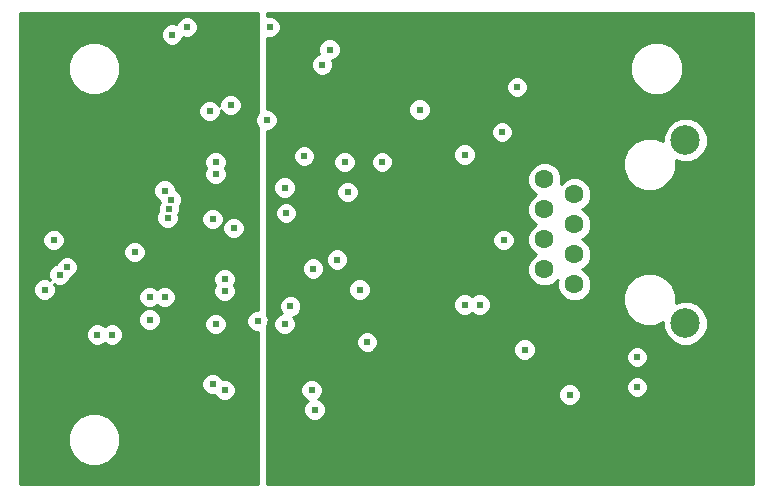
<source format=gbr>
G04 #@! TF.FileFunction,Copper,L2,Inr,Plane*
%FSLAX46Y46*%
G04 Gerber Fmt 4.6, Leading zero omitted, Abs format (unit mm)*
G04 Created by KiCad (PCBNEW 4.0.6) date 12/06/17 20:22:11*
%MOMM*%
%LPD*%
G01*
G04 APERTURE LIST*
%ADD10C,0.100000*%
%ADD11C,1.600000*%
%ADD12C,2.500000*%
%ADD13C,0.609600*%
%ADD14C,0.254000*%
G04 APERTURE END LIST*
D10*
D11*
X160434173Y-101788417D03*
X157894173Y-100518417D03*
X160434173Y-99248417D03*
X157894173Y-97978417D03*
X160434173Y-96708417D03*
X157894173Y-95438417D03*
X160434173Y-94168417D03*
X157894173Y-92898417D03*
D12*
X169834173Y-89593417D03*
X169834173Y-105093417D03*
D13*
X129794000Y-110236000D03*
X130810000Y-101346000D03*
X130810000Y-102362000D03*
X130048000Y-105156000D03*
X130810000Y-110744000D03*
X135890000Y-105156000D03*
X133604000Y-104902000D03*
X134366000Y-87884000D03*
X130048000Y-92456000D03*
X130048000Y-91440000D03*
X129540000Y-87122000D03*
X131318000Y-86614000D03*
X136017000Y-95758000D03*
X131572000Y-97028000D03*
X129794000Y-96266000D03*
X125730000Y-93853000D03*
X126238000Y-94615000D03*
X126111000Y-95377000D03*
X125984000Y-96139000D03*
X116332000Y-98044000D03*
X117475000Y-100330000D03*
X116840000Y-100965000D03*
X115570000Y-102235000D03*
X123190000Y-99060000D03*
X125730000Y-102870000D03*
X124460000Y-102870000D03*
X124460000Y-104775000D03*
X121285000Y-106045000D03*
X120015000Y-106045000D03*
X142240000Y-102235000D03*
X140970000Y-91440000D03*
X144145000Y-91440000D03*
X147320000Y-86995000D03*
X138430000Y-112395000D03*
X141224000Y-93980000D03*
X142875000Y-106680000D03*
X134620000Y-80010000D03*
X127635000Y-80010000D03*
X126365000Y-80645000D03*
X139065000Y-83185000D03*
X134645199Y-95631000D03*
X134620000Y-105156000D03*
X137414000Y-105156000D03*
X136906000Y-86614000D03*
X134620000Y-86360000D03*
X137414000Y-95758000D03*
X140970000Y-86995000D03*
X142494000Y-93980000D03*
X140335000Y-105410000D03*
X154432000Y-98044000D03*
X139700000Y-81915000D03*
X140335000Y-99695000D03*
X136385301Y-103644699D03*
X138176000Y-110744000D03*
X135890000Y-93599000D03*
X138303000Y-100457000D03*
X137541000Y-90932000D03*
X128524000Y-105410000D03*
X127508000Y-87122000D03*
X128016000Y-96520000D03*
X115315999Y-95885000D03*
X115570000Y-103505000D03*
X125730000Y-84455000D03*
X155575000Y-85090000D03*
X154305000Y-88900000D03*
X151130000Y-90805000D03*
X151130000Y-103505000D03*
X152400000Y-103505000D03*
X156210000Y-107315000D03*
X165735000Y-110490000D03*
X165735000Y-107950000D03*
X160020000Y-111125000D03*
D14*
G36*
X133604000Y-87316752D02*
X133569741Y-87350951D01*
X133426363Y-87696242D01*
X133426037Y-88070118D01*
X133568812Y-88415659D01*
X133604000Y-88450908D01*
X133604000Y-103962199D01*
X133417882Y-103962037D01*
X133072341Y-104104812D01*
X132807741Y-104368951D01*
X132664363Y-104714242D01*
X132664037Y-105088118D01*
X132806812Y-105433659D01*
X133070951Y-105698259D01*
X133416242Y-105841637D01*
X133604000Y-105841801D01*
X133604000Y-118670000D01*
X113486000Y-118670000D01*
X113486000Y-115377619D01*
X117525613Y-115377619D01*
X117865155Y-116199372D01*
X118493321Y-116828636D01*
X119314481Y-117169611D01*
X120203619Y-117170387D01*
X121025372Y-116830845D01*
X121654636Y-116202679D01*
X121995611Y-115381519D01*
X121996387Y-114492381D01*
X121656845Y-113670628D01*
X121028679Y-113041364D01*
X120207519Y-112700389D01*
X119318381Y-112699613D01*
X118496628Y-113039155D01*
X117867364Y-113667321D01*
X117526389Y-114488481D01*
X117525613Y-115377619D01*
X113486000Y-115377619D01*
X113486000Y-110422118D01*
X128854037Y-110422118D01*
X128996812Y-110767659D01*
X129260951Y-111032259D01*
X129606242Y-111175637D01*
X129971615Y-111175956D01*
X130012812Y-111275659D01*
X130276951Y-111540259D01*
X130622242Y-111683637D01*
X130996118Y-111683963D01*
X131341659Y-111541188D01*
X131606259Y-111277049D01*
X131749637Y-110931758D01*
X131749963Y-110557882D01*
X131607188Y-110212341D01*
X131343049Y-109947741D01*
X130997758Y-109804363D01*
X130632385Y-109804044D01*
X130591188Y-109704341D01*
X130327049Y-109439741D01*
X129981758Y-109296363D01*
X129607882Y-109296037D01*
X129262341Y-109438812D01*
X128997741Y-109702951D01*
X128854363Y-110048242D01*
X128854037Y-110422118D01*
X113486000Y-110422118D01*
X113486000Y-106231118D01*
X119075037Y-106231118D01*
X119217812Y-106576659D01*
X119481951Y-106841259D01*
X119827242Y-106984637D01*
X120201118Y-106984963D01*
X120546659Y-106842188D01*
X120649948Y-106739078D01*
X120751951Y-106841259D01*
X121097242Y-106984637D01*
X121471118Y-106984963D01*
X121816659Y-106842188D01*
X122081259Y-106578049D01*
X122224637Y-106232758D01*
X122224963Y-105858882D01*
X122082188Y-105513341D01*
X121818049Y-105248741D01*
X121472758Y-105105363D01*
X121098882Y-105105037D01*
X120753341Y-105247812D01*
X120650052Y-105350922D01*
X120548049Y-105248741D01*
X120202758Y-105105363D01*
X119828882Y-105105037D01*
X119483341Y-105247812D01*
X119218741Y-105511951D01*
X119075363Y-105857242D01*
X119075037Y-106231118D01*
X113486000Y-106231118D01*
X113486000Y-104961118D01*
X123520037Y-104961118D01*
X123662812Y-105306659D01*
X123926951Y-105571259D01*
X124272242Y-105714637D01*
X124646118Y-105714963D01*
X124991659Y-105572188D01*
X125222130Y-105342118D01*
X129108037Y-105342118D01*
X129250812Y-105687659D01*
X129514951Y-105952259D01*
X129860242Y-106095637D01*
X130234118Y-106095963D01*
X130579659Y-105953188D01*
X130844259Y-105689049D01*
X130987637Y-105343758D01*
X130987963Y-104969882D01*
X130845188Y-104624341D01*
X130581049Y-104359741D01*
X130235758Y-104216363D01*
X129861882Y-104216037D01*
X129516341Y-104358812D01*
X129251741Y-104622951D01*
X129108363Y-104968242D01*
X129108037Y-105342118D01*
X125222130Y-105342118D01*
X125256259Y-105308049D01*
X125399637Y-104962758D01*
X125399963Y-104588882D01*
X125257188Y-104243341D01*
X124993049Y-103978741D01*
X124647758Y-103835363D01*
X124273882Y-103835037D01*
X123928341Y-103977812D01*
X123663741Y-104241951D01*
X123520363Y-104587242D01*
X123520037Y-104961118D01*
X113486000Y-104961118D01*
X113486000Y-102421118D01*
X114630037Y-102421118D01*
X114772812Y-102766659D01*
X115036951Y-103031259D01*
X115382242Y-103174637D01*
X115756118Y-103174963D01*
X116043744Y-103056118D01*
X123520037Y-103056118D01*
X123662812Y-103401659D01*
X123926951Y-103666259D01*
X124272242Y-103809637D01*
X124646118Y-103809963D01*
X124991659Y-103667188D01*
X125094948Y-103564078D01*
X125196951Y-103666259D01*
X125542242Y-103809637D01*
X125916118Y-103809963D01*
X126261659Y-103667188D01*
X126526259Y-103403049D01*
X126669637Y-103057758D01*
X126669963Y-102683882D01*
X126527188Y-102338341D01*
X126263049Y-102073741D01*
X125917758Y-101930363D01*
X125543882Y-101930037D01*
X125198341Y-102072812D01*
X125095052Y-102175922D01*
X124993049Y-102073741D01*
X124647758Y-101930363D01*
X124273882Y-101930037D01*
X123928341Y-102072812D01*
X123663741Y-102336951D01*
X123520363Y-102682242D01*
X123520037Y-103056118D01*
X116043744Y-103056118D01*
X116101659Y-103032188D01*
X116366259Y-102768049D01*
X116509637Y-102422758D01*
X116509963Y-102048882D01*
X116408551Y-101803447D01*
X116652242Y-101904637D01*
X117026118Y-101904963D01*
X117371659Y-101762188D01*
X117602130Y-101532118D01*
X129870037Y-101532118D01*
X130003188Y-101854366D01*
X129870363Y-102174242D01*
X129870037Y-102548118D01*
X130012812Y-102893659D01*
X130276951Y-103158259D01*
X130622242Y-103301637D01*
X130996118Y-103301963D01*
X131341659Y-103159188D01*
X131606259Y-102895049D01*
X131749637Y-102549758D01*
X131749963Y-102175882D01*
X131616812Y-101853634D01*
X131749637Y-101533758D01*
X131749963Y-101159882D01*
X131607188Y-100814341D01*
X131343049Y-100549741D01*
X130997758Y-100406363D01*
X130623882Y-100406037D01*
X130278341Y-100548812D01*
X130013741Y-100812951D01*
X129870363Y-101158242D01*
X129870037Y-101532118D01*
X117602130Y-101532118D01*
X117636259Y-101498049D01*
X117745436Y-101235124D01*
X118006659Y-101127188D01*
X118271259Y-100863049D01*
X118414637Y-100517758D01*
X118414963Y-100143882D01*
X118272188Y-99798341D01*
X118008049Y-99533741D01*
X117662758Y-99390363D01*
X117288882Y-99390037D01*
X116943341Y-99532812D01*
X116678741Y-99796951D01*
X116569564Y-100059876D01*
X116308341Y-100167812D01*
X116043741Y-100431951D01*
X115900363Y-100777242D01*
X115900037Y-101151118D01*
X116001449Y-101396553D01*
X115757758Y-101295363D01*
X115383882Y-101295037D01*
X115038341Y-101437812D01*
X114773741Y-101701951D01*
X114630363Y-102047242D01*
X114630037Y-102421118D01*
X113486000Y-102421118D01*
X113486000Y-99246118D01*
X122250037Y-99246118D01*
X122392812Y-99591659D01*
X122656951Y-99856259D01*
X123002242Y-99999637D01*
X123376118Y-99999963D01*
X123721659Y-99857188D01*
X123986259Y-99593049D01*
X124129637Y-99247758D01*
X124129963Y-98873882D01*
X123987188Y-98528341D01*
X123723049Y-98263741D01*
X123377758Y-98120363D01*
X123003882Y-98120037D01*
X122658341Y-98262812D01*
X122393741Y-98526951D01*
X122250363Y-98872242D01*
X122250037Y-99246118D01*
X113486000Y-99246118D01*
X113486000Y-98230118D01*
X115392037Y-98230118D01*
X115534812Y-98575659D01*
X115798951Y-98840259D01*
X116144242Y-98983637D01*
X116518118Y-98983963D01*
X116863659Y-98841188D01*
X117128259Y-98577049D01*
X117271637Y-98231758D01*
X117271963Y-97857882D01*
X117129188Y-97512341D01*
X116865049Y-97247741D01*
X116784077Y-97214118D01*
X130632037Y-97214118D01*
X130774812Y-97559659D01*
X131038951Y-97824259D01*
X131384242Y-97967637D01*
X131758118Y-97967963D01*
X132103659Y-97825188D01*
X132368259Y-97561049D01*
X132511637Y-97215758D01*
X132511963Y-96841882D01*
X132369188Y-96496341D01*
X132105049Y-96231741D01*
X131759758Y-96088363D01*
X131385882Y-96088037D01*
X131040341Y-96230812D01*
X130775741Y-96494951D01*
X130632363Y-96840242D01*
X130632037Y-97214118D01*
X116784077Y-97214118D01*
X116519758Y-97104363D01*
X116145882Y-97104037D01*
X115800341Y-97246812D01*
X115535741Y-97510951D01*
X115392363Y-97856242D01*
X115392037Y-98230118D01*
X113486000Y-98230118D01*
X113486000Y-94039118D01*
X124790037Y-94039118D01*
X124932812Y-94384659D01*
X125196951Y-94649259D01*
X125298133Y-94691274D01*
X125298037Y-94801118D01*
X125315445Y-94843248D01*
X125314741Y-94843951D01*
X125171363Y-95189242D01*
X125171037Y-95563118D01*
X125188445Y-95605248D01*
X125187741Y-95605951D01*
X125044363Y-95951242D01*
X125044037Y-96325118D01*
X125186812Y-96670659D01*
X125450951Y-96935259D01*
X125796242Y-97078637D01*
X126170118Y-97078963D01*
X126515659Y-96936188D01*
X126780259Y-96672049D01*
X126871582Y-96452118D01*
X128854037Y-96452118D01*
X128996812Y-96797659D01*
X129260951Y-97062259D01*
X129606242Y-97205637D01*
X129980118Y-97205963D01*
X130325659Y-97063188D01*
X130590259Y-96799049D01*
X130733637Y-96453758D01*
X130733963Y-96079882D01*
X130591188Y-95734341D01*
X130327049Y-95469741D01*
X129981758Y-95326363D01*
X129607882Y-95326037D01*
X129262341Y-95468812D01*
X128997741Y-95732951D01*
X128854363Y-96078242D01*
X128854037Y-96452118D01*
X126871582Y-96452118D01*
X126923637Y-96326758D01*
X126923963Y-95952882D01*
X126906555Y-95910752D01*
X126907259Y-95910049D01*
X127050637Y-95564758D01*
X127050963Y-95190882D01*
X127033555Y-95148752D01*
X127034259Y-95148049D01*
X127177637Y-94802758D01*
X127177963Y-94428882D01*
X127035188Y-94083341D01*
X126771049Y-93818741D01*
X126669867Y-93776726D01*
X126669963Y-93666882D01*
X126527188Y-93321341D01*
X126263049Y-93056741D01*
X125917758Y-92913363D01*
X125543882Y-92913037D01*
X125198341Y-93055812D01*
X124933741Y-93319951D01*
X124790363Y-93665242D01*
X124790037Y-94039118D01*
X113486000Y-94039118D01*
X113486000Y-91626118D01*
X129108037Y-91626118D01*
X129241188Y-91948366D01*
X129108363Y-92268242D01*
X129108037Y-92642118D01*
X129250812Y-92987659D01*
X129514951Y-93252259D01*
X129860242Y-93395637D01*
X130234118Y-93395963D01*
X130579659Y-93253188D01*
X130844259Y-92989049D01*
X130987637Y-92643758D01*
X130987963Y-92269882D01*
X130854812Y-91947634D01*
X130987637Y-91627758D01*
X130987963Y-91253882D01*
X130845188Y-90908341D01*
X130581049Y-90643741D01*
X130235758Y-90500363D01*
X129861882Y-90500037D01*
X129516341Y-90642812D01*
X129251741Y-90906951D01*
X129108363Y-91252242D01*
X129108037Y-91626118D01*
X113486000Y-91626118D01*
X113486000Y-87308118D01*
X128600037Y-87308118D01*
X128742812Y-87653659D01*
X129006951Y-87918259D01*
X129352242Y-88061637D01*
X129726118Y-88061963D01*
X130071659Y-87919188D01*
X130336259Y-87655049D01*
X130479637Y-87309758D01*
X130479866Y-87046564D01*
X130520812Y-87145659D01*
X130784951Y-87410259D01*
X131130242Y-87553637D01*
X131504118Y-87553963D01*
X131849659Y-87411188D01*
X132114259Y-87147049D01*
X132257637Y-86801758D01*
X132257963Y-86427882D01*
X132115188Y-86082341D01*
X131851049Y-85817741D01*
X131505758Y-85674363D01*
X131131882Y-85674037D01*
X130786341Y-85816812D01*
X130521741Y-86080951D01*
X130378363Y-86426242D01*
X130378134Y-86689436D01*
X130337188Y-86590341D01*
X130073049Y-86325741D01*
X129727758Y-86182363D01*
X129353882Y-86182037D01*
X129008341Y-86324812D01*
X128743741Y-86588951D01*
X128600363Y-86934242D01*
X128600037Y-87308118D01*
X113486000Y-87308118D01*
X113486000Y-83945119D01*
X117525613Y-83945119D01*
X117865155Y-84766872D01*
X118493321Y-85396136D01*
X119314481Y-85737111D01*
X120203619Y-85737887D01*
X121025372Y-85398345D01*
X121654636Y-84770179D01*
X121995611Y-83949019D01*
X121996387Y-83059881D01*
X121656845Y-82238128D01*
X121028679Y-81608864D01*
X120207519Y-81267889D01*
X119318381Y-81267113D01*
X118496628Y-81606655D01*
X117867364Y-82234821D01*
X117526389Y-83055981D01*
X117525613Y-83945119D01*
X113486000Y-83945119D01*
X113486000Y-80831118D01*
X125425037Y-80831118D01*
X125567812Y-81176659D01*
X125831951Y-81441259D01*
X126177242Y-81584637D01*
X126551118Y-81584963D01*
X126896659Y-81442188D01*
X127161259Y-81178049D01*
X127284214Y-80881942D01*
X127447242Y-80949637D01*
X127821118Y-80949963D01*
X128166659Y-80807188D01*
X128431259Y-80543049D01*
X128574637Y-80197758D01*
X128574963Y-79823882D01*
X128432188Y-79478341D01*
X128168049Y-79213741D01*
X127822758Y-79070363D01*
X127448882Y-79070037D01*
X127103341Y-79212812D01*
X126838741Y-79476951D01*
X126715786Y-79773058D01*
X126552758Y-79705363D01*
X126178882Y-79705037D01*
X125833341Y-79847812D01*
X125568741Y-80111951D01*
X125425363Y-80457242D01*
X125425037Y-80831118D01*
X113486000Y-80831118D01*
X113486000Y-78815000D01*
X133604000Y-78815000D01*
X133604000Y-87316752D01*
X133604000Y-87316752D01*
G37*
X133604000Y-87316752D02*
X133569741Y-87350951D01*
X133426363Y-87696242D01*
X133426037Y-88070118D01*
X133568812Y-88415659D01*
X133604000Y-88450908D01*
X133604000Y-103962199D01*
X133417882Y-103962037D01*
X133072341Y-104104812D01*
X132807741Y-104368951D01*
X132664363Y-104714242D01*
X132664037Y-105088118D01*
X132806812Y-105433659D01*
X133070951Y-105698259D01*
X133416242Y-105841637D01*
X133604000Y-105841801D01*
X133604000Y-118670000D01*
X113486000Y-118670000D01*
X113486000Y-115377619D01*
X117525613Y-115377619D01*
X117865155Y-116199372D01*
X118493321Y-116828636D01*
X119314481Y-117169611D01*
X120203619Y-117170387D01*
X121025372Y-116830845D01*
X121654636Y-116202679D01*
X121995611Y-115381519D01*
X121996387Y-114492381D01*
X121656845Y-113670628D01*
X121028679Y-113041364D01*
X120207519Y-112700389D01*
X119318381Y-112699613D01*
X118496628Y-113039155D01*
X117867364Y-113667321D01*
X117526389Y-114488481D01*
X117525613Y-115377619D01*
X113486000Y-115377619D01*
X113486000Y-110422118D01*
X128854037Y-110422118D01*
X128996812Y-110767659D01*
X129260951Y-111032259D01*
X129606242Y-111175637D01*
X129971615Y-111175956D01*
X130012812Y-111275659D01*
X130276951Y-111540259D01*
X130622242Y-111683637D01*
X130996118Y-111683963D01*
X131341659Y-111541188D01*
X131606259Y-111277049D01*
X131749637Y-110931758D01*
X131749963Y-110557882D01*
X131607188Y-110212341D01*
X131343049Y-109947741D01*
X130997758Y-109804363D01*
X130632385Y-109804044D01*
X130591188Y-109704341D01*
X130327049Y-109439741D01*
X129981758Y-109296363D01*
X129607882Y-109296037D01*
X129262341Y-109438812D01*
X128997741Y-109702951D01*
X128854363Y-110048242D01*
X128854037Y-110422118D01*
X113486000Y-110422118D01*
X113486000Y-106231118D01*
X119075037Y-106231118D01*
X119217812Y-106576659D01*
X119481951Y-106841259D01*
X119827242Y-106984637D01*
X120201118Y-106984963D01*
X120546659Y-106842188D01*
X120649948Y-106739078D01*
X120751951Y-106841259D01*
X121097242Y-106984637D01*
X121471118Y-106984963D01*
X121816659Y-106842188D01*
X122081259Y-106578049D01*
X122224637Y-106232758D01*
X122224963Y-105858882D01*
X122082188Y-105513341D01*
X121818049Y-105248741D01*
X121472758Y-105105363D01*
X121098882Y-105105037D01*
X120753341Y-105247812D01*
X120650052Y-105350922D01*
X120548049Y-105248741D01*
X120202758Y-105105363D01*
X119828882Y-105105037D01*
X119483341Y-105247812D01*
X119218741Y-105511951D01*
X119075363Y-105857242D01*
X119075037Y-106231118D01*
X113486000Y-106231118D01*
X113486000Y-104961118D01*
X123520037Y-104961118D01*
X123662812Y-105306659D01*
X123926951Y-105571259D01*
X124272242Y-105714637D01*
X124646118Y-105714963D01*
X124991659Y-105572188D01*
X125222130Y-105342118D01*
X129108037Y-105342118D01*
X129250812Y-105687659D01*
X129514951Y-105952259D01*
X129860242Y-106095637D01*
X130234118Y-106095963D01*
X130579659Y-105953188D01*
X130844259Y-105689049D01*
X130987637Y-105343758D01*
X130987963Y-104969882D01*
X130845188Y-104624341D01*
X130581049Y-104359741D01*
X130235758Y-104216363D01*
X129861882Y-104216037D01*
X129516341Y-104358812D01*
X129251741Y-104622951D01*
X129108363Y-104968242D01*
X129108037Y-105342118D01*
X125222130Y-105342118D01*
X125256259Y-105308049D01*
X125399637Y-104962758D01*
X125399963Y-104588882D01*
X125257188Y-104243341D01*
X124993049Y-103978741D01*
X124647758Y-103835363D01*
X124273882Y-103835037D01*
X123928341Y-103977812D01*
X123663741Y-104241951D01*
X123520363Y-104587242D01*
X123520037Y-104961118D01*
X113486000Y-104961118D01*
X113486000Y-102421118D01*
X114630037Y-102421118D01*
X114772812Y-102766659D01*
X115036951Y-103031259D01*
X115382242Y-103174637D01*
X115756118Y-103174963D01*
X116043744Y-103056118D01*
X123520037Y-103056118D01*
X123662812Y-103401659D01*
X123926951Y-103666259D01*
X124272242Y-103809637D01*
X124646118Y-103809963D01*
X124991659Y-103667188D01*
X125094948Y-103564078D01*
X125196951Y-103666259D01*
X125542242Y-103809637D01*
X125916118Y-103809963D01*
X126261659Y-103667188D01*
X126526259Y-103403049D01*
X126669637Y-103057758D01*
X126669963Y-102683882D01*
X126527188Y-102338341D01*
X126263049Y-102073741D01*
X125917758Y-101930363D01*
X125543882Y-101930037D01*
X125198341Y-102072812D01*
X125095052Y-102175922D01*
X124993049Y-102073741D01*
X124647758Y-101930363D01*
X124273882Y-101930037D01*
X123928341Y-102072812D01*
X123663741Y-102336951D01*
X123520363Y-102682242D01*
X123520037Y-103056118D01*
X116043744Y-103056118D01*
X116101659Y-103032188D01*
X116366259Y-102768049D01*
X116509637Y-102422758D01*
X116509963Y-102048882D01*
X116408551Y-101803447D01*
X116652242Y-101904637D01*
X117026118Y-101904963D01*
X117371659Y-101762188D01*
X117602130Y-101532118D01*
X129870037Y-101532118D01*
X130003188Y-101854366D01*
X129870363Y-102174242D01*
X129870037Y-102548118D01*
X130012812Y-102893659D01*
X130276951Y-103158259D01*
X130622242Y-103301637D01*
X130996118Y-103301963D01*
X131341659Y-103159188D01*
X131606259Y-102895049D01*
X131749637Y-102549758D01*
X131749963Y-102175882D01*
X131616812Y-101853634D01*
X131749637Y-101533758D01*
X131749963Y-101159882D01*
X131607188Y-100814341D01*
X131343049Y-100549741D01*
X130997758Y-100406363D01*
X130623882Y-100406037D01*
X130278341Y-100548812D01*
X130013741Y-100812951D01*
X129870363Y-101158242D01*
X129870037Y-101532118D01*
X117602130Y-101532118D01*
X117636259Y-101498049D01*
X117745436Y-101235124D01*
X118006659Y-101127188D01*
X118271259Y-100863049D01*
X118414637Y-100517758D01*
X118414963Y-100143882D01*
X118272188Y-99798341D01*
X118008049Y-99533741D01*
X117662758Y-99390363D01*
X117288882Y-99390037D01*
X116943341Y-99532812D01*
X116678741Y-99796951D01*
X116569564Y-100059876D01*
X116308341Y-100167812D01*
X116043741Y-100431951D01*
X115900363Y-100777242D01*
X115900037Y-101151118D01*
X116001449Y-101396553D01*
X115757758Y-101295363D01*
X115383882Y-101295037D01*
X115038341Y-101437812D01*
X114773741Y-101701951D01*
X114630363Y-102047242D01*
X114630037Y-102421118D01*
X113486000Y-102421118D01*
X113486000Y-99246118D01*
X122250037Y-99246118D01*
X122392812Y-99591659D01*
X122656951Y-99856259D01*
X123002242Y-99999637D01*
X123376118Y-99999963D01*
X123721659Y-99857188D01*
X123986259Y-99593049D01*
X124129637Y-99247758D01*
X124129963Y-98873882D01*
X123987188Y-98528341D01*
X123723049Y-98263741D01*
X123377758Y-98120363D01*
X123003882Y-98120037D01*
X122658341Y-98262812D01*
X122393741Y-98526951D01*
X122250363Y-98872242D01*
X122250037Y-99246118D01*
X113486000Y-99246118D01*
X113486000Y-98230118D01*
X115392037Y-98230118D01*
X115534812Y-98575659D01*
X115798951Y-98840259D01*
X116144242Y-98983637D01*
X116518118Y-98983963D01*
X116863659Y-98841188D01*
X117128259Y-98577049D01*
X117271637Y-98231758D01*
X117271963Y-97857882D01*
X117129188Y-97512341D01*
X116865049Y-97247741D01*
X116784077Y-97214118D01*
X130632037Y-97214118D01*
X130774812Y-97559659D01*
X131038951Y-97824259D01*
X131384242Y-97967637D01*
X131758118Y-97967963D01*
X132103659Y-97825188D01*
X132368259Y-97561049D01*
X132511637Y-97215758D01*
X132511963Y-96841882D01*
X132369188Y-96496341D01*
X132105049Y-96231741D01*
X131759758Y-96088363D01*
X131385882Y-96088037D01*
X131040341Y-96230812D01*
X130775741Y-96494951D01*
X130632363Y-96840242D01*
X130632037Y-97214118D01*
X116784077Y-97214118D01*
X116519758Y-97104363D01*
X116145882Y-97104037D01*
X115800341Y-97246812D01*
X115535741Y-97510951D01*
X115392363Y-97856242D01*
X115392037Y-98230118D01*
X113486000Y-98230118D01*
X113486000Y-94039118D01*
X124790037Y-94039118D01*
X124932812Y-94384659D01*
X125196951Y-94649259D01*
X125298133Y-94691274D01*
X125298037Y-94801118D01*
X125315445Y-94843248D01*
X125314741Y-94843951D01*
X125171363Y-95189242D01*
X125171037Y-95563118D01*
X125188445Y-95605248D01*
X125187741Y-95605951D01*
X125044363Y-95951242D01*
X125044037Y-96325118D01*
X125186812Y-96670659D01*
X125450951Y-96935259D01*
X125796242Y-97078637D01*
X126170118Y-97078963D01*
X126515659Y-96936188D01*
X126780259Y-96672049D01*
X126871582Y-96452118D01*
X128854037Y-96452118D01*
X128996812Y-96797659D01*
X129260951Y-97062259D01*
X129606242Y-97205637D01*
X129980118Y-97205963D01*
X130325659Y-97063188D01*
X130590259Y-96799049D01*
X130733637Y-96453758D01*
X130733963Y-96079882D01*
X130591188Y-95734341D01*
X130327049Y-95469741D01*
X129981758Y-95326363D01*
X129607882Y-95326037D01*
X129262341Y-95468812D01*
X128997741Y-95732951D01*
X128854363Y-96078242D01*
X128854037Y-96452118D01*
X126871582Y-96452118D01*
X126923637Y-96326758D01*
X126923963Y-95952882D01*
X126906555Y-95910752D01*
X126907259Y-95910049D01*
X127050637Y-95564758D01*
X127050963Y-95190882D01*
X127033555Y-95148752D01*
X127034259Y-95148049D01*
X127177637Y-94802758D01*
X127177963Y-94428882D01*
X127035188Y-94083341D01*
X126771049Y-93818741D01*
X126669867Y-93776726D01*
X126669963Y-93666882D01*
X126527188Y-93321341D01*
X126263049Y-93056741D01*
X125917758Y-92913363D01*
X125543882Y-92913037D01*
X125198341Y-93055812D01*
X124933741Y-93319951D01*
X124790363Y-93665242D01*
X124790037Y-94039118D01*
X113486000Y-94039118D01*
X113486000Y-91626118D01*
X129108037Y-91626118D01*
X129241188Y-91948366D01*
X129108363Y-92268242D01*
X129108037Y-92642118D01*
X129250812Y-92987659D01*
X129514951Y-93252259D01*
X129860242Y-93395637D01*
X130234118Y-93395963D01*
X130579659Y-93253188D01*
X130844259Y-92989049D01*
X130987637Y-92643758D01*
X130987963Y-92269882D01*
X130854812Y-91947634D01*
X130987637Y-91627758D01*
X130987963Y-91253882D01*
X130845188Y-90908341D01*
X130581049Y-90643741D01*
X130235758Y-90500363D01*
X129861882Y-90500037D01*
X129516341Y-90642812D01*
X129251741Y-90906951D01*
X129108363Y-91252242D01*
X129108037Y-91626118D01*
X113486000Y-91626118D01*
X113486000Y-87308118D01*
X128600037Y-87308118D01*
X128742812Y-87653659D01*
X129006951Y-87918259D01*
X129352242Y-88061637D01*
X129726118Y-88061963D01*
X130071659Y-87919188D01*
X130336259Y-87655049D01*
X130479637Y-87309758D01*
X130479866Y-87046564D01*
X130520812Y-87145659D01*
X130784951Y-87410259D01*
X131130242Y-87553637D01*
X131504118Y-87553963D01*
X131849659Y-87411188D01*
X132114259Y-87147049D01*
X132257637Y-86801758D01*
X132257963Y-86427882D01*
X132115188Y-86082341D01*
X131851049Y-85817741D01*
X131505758Y-85674363D01*
X131131882Y-85674037D01*
X130786341Y-85816812D01*
X130521741Y-86080951D01*
X130378363Y-86426242D01*
X130378134Y-86689436D01*
X130337188Y-86590341D01*
X130073049Y-86325741D01*
X129727758Y-86182363D01*
X129353882Y-86182037D01*
X129008341Y-86324812D01*
X128743741Y-86588951D01*
X128600363Y-86934242D01*
X128600037Y-87308118D01*
X113486000Y-87308118D01*
X113486000Y-83945119D01*
X117525613Y-83945119D01*
X117865155Y-84766872D01*
X118493321Y-85396136D01*
X119314481Y-85737111D01*
X120203619Y-85737887D01*
X121025372Y-85398345D01*
X121654636Y-84770179D01*
X121995611Y-83949019D01*
X121996387Y-83059881D01*
X121656845Y-82238128D01*
X121028679Y-81608864D01*
X120207519Y-81267889D01*
X119318381Y-81267113D01*
X118496628Y-81606655D01*
X117867364Y-82234821D01*
X117526389Y-83055981D01*
X117525613Y-83945119D01*
X113486000Y-83945119D01*
X113486000Y-80831118D01*
X125425037Y-80831118D01*
X125567812Y-81176659D01*
X125831951Y-81441259D01*
X126177242Y-81584637D01*
X126551118Y-81584963D01*
X126896659Y-81442188D01*
X127161259Y-81178049D01*
X127284214Y-80881942D01*
X127447242Y-80949637D01*
X127821118Y-80949963D01*
X128166659Y-80807188D01*
X128431259Y-80543049D01*
X128574637Y-80197758D01*
X128574963Y-79823882D01*
X128432188Y-79478341D01*
X128168049Y-79213741D01*
X127822758Y-79070363D01*
X127448882Y-79070037D01*
X127103341Y-79212812D01*
X126838741Y-79476951D01*
X126715786Y-79773058D01*
X126552758Y-79705363D01*
X126178882Y-79705037D01*
X125833341Y-79847812D01*
X125568741Y-80111951D01*
X125425363Y-80457242D01*
X125425037Y-80831118D01*
X113486000Y-80831118D01*
X113486000Y-78815000D01*
X133604000Y-78815000D01*
X133604000Y-87316752D01*
G36*
X175566000Y-118670000D02*
X134366000Y-118670000D01*
X134366000Y-110930118D01*
X137236037Y-110930118D01*
X137378812Y-111275659D01*
X137642951Y-111540259D01*
X137864033Y-111632061D01*
X137633741Y-111861951D01*
X137490363Y-112207242D01*
X137490037Y-112581118D01*
X137632812Y-112926659D01*
X137896951Y-113191259D01*
X138242242Y-113334637D01*
X138616118Y-113334963D01*
X138961659Y-113192188D01*
X139226259Y-112928049D01*
X139369637Y-112582758D01*
X139369963Y-112208882D01*
X139227188Y-111863341D01*
X138963049Y-111598741D01*
X138741967Y-111506939D01*
X138938130Y-111311118D01*
X159080037Y-111311118D01*
X159222812Y-111656659D01*
X159486951Y-111921259D01*
X159832242Y-112064637D01*
X160206118Y-112064963D01*
X160551659Y-111922188D01*
X160816259Y-111658049D01*
X160959637Y-111312758D01*
X160959963Y-110938882D01*
X160851391Y-110676118D01*
X164795037Y-110676118D01*
X164937812Y-111021659D01*
X165201951Y-111286259D01*
X165547242Y-111429637D01*
X165921118Y-111429963D01*
X166266659Y-111287188D01*
X166531259Y-111023049D01*
X166674637Y-110677758D01*
X166674963Y-110303882D01*
X166532188Y-109958341D01*
X166268049Y-109693741D01*
X165922758Y-109550363D01*
X165548882Y-109550037D01*
X165203341Y-109692812D01*
X164938741Y-109956951D01*
X164795363Y-110302242D01*
X164795037Y-110676118D01*
X160851391Y-110676118D01*
X160817188Y-110593341D01*
X160553049Y-110328741D01*
X160207758Y-110185363D01*
X159833882Y-110185037D01*
X159488341Y-110327812D01*
X159223741Y-110591951D01*
X159080363Y-110937242D01*
X159080037Y-111311118D01*
X138938130Y-111311118D01*
X138972259Y-111277049D01*
X139115637Y-110931758D01*
X139115963Y-110557882D01*
X138973188Y-110212341D01*
X138709049Y-109947741D01*
X138363758Y-109804363D01*
X137989882Y-109804037D01*
X137644341Y-109946812D01*
X137379741Y-110210951D01*
X137236363Y-110556242D01*
X137236037Y-110930118D01*
X134366000Y-110930118D01*
X134366000Y-106866118D01*
X141935037Y-106866118D01*
X142077812Y-107211659D01*
X142341951Y-107476259D01*
X142687242Y-107619637D01*
X143061118Y-107619963D01*
X143348744Y-107501118D01*
X155270037Y-107501118D01*
X155412812Y-107846659D01*
X155676951Y-108111259D01*
X156022242Y-108254637D01*
X156396118Y-108254963D01*
X156683744Y-108136118D01*
X164795037Y-108136118D01*
X164937812Y-108481659D01*
X165201951Y-108746259D01*
X165547242Y-108889637D01*
X165921118Y-108889963D01*
X166266659Y-108747188D01*
X166531259Y-108483049D01*
X166674637Y-108137758D01*
X166674963Y-107763882D01*
X166532188Y-107418341D01*
X166268049Y-107153741D01*
X165922758Y-107010363D01*
X165548882Y-107010037D01*
X165203341Y-107152812D01*
X164938741Y-107416951D01*
X164795363Y-107762242D01*
X164795037Y-108136118D01*
X156683744Y-108136118D01*
X156741659Y-108112188D01*
X157006259Y-107848049D01*
X157149637Y-107502758D01*
X157149963Y-107128882D01*
X157007188Y-106783341D01*
X156743049Y-106518741D01*
X156397758Y-106375363D01*
X156023882Y-106375037D01*
X155678341Y-106517812D01*
X155413741Y-106781951D01*
X155270363Y-107127242D01*
X155270037Y-107501118D01*
X143348744Y-107501118D01*
X143406659Y-107477188D01*
X143671259Y-107213049D01*
X143814637Y-106867758D01*
X143814963Y-106493882D01*
X143672188Y-106148341D01*
X143408049Y-105883741D01*
X143062758Y-105740363D01*
X142688882Y-105740037D01*
X142343341Y-105882812D01*
X142078741Y-106146951D01*
X141935363Y-106492242D01*
X141935037Y-106866118D01*
X134366000Y-106866118D01*
X134366000Y-105469248D01*
X134400259Y-105435049D01*
X134438847Y-105342118D01*
X134950037Y-105342118D01*
X135092812Y-105687659D01*
X135356951Y-105952259D01*
X135702242Y-106095637D01*
X136076118Y-106095963D01*
X136421659Y-105953188D01*
X136686259Y-105689049D01*
X136829637Y-105343758D01*
X136829963Y-104969882D01*
X136687188Y-104624341D01*
X136625338Y-104562383D01*
X136916960Y-104441887D01*
X137181560Y-104177748D01*
X137324938Y-103832457D01*
X137325061Y-103691118D01*
X150190037Y-103691118D01*
X150332812Y-104036659D01*
X150596951Y-104301259D01*
X150942242Y-104444637D01*
X151316118Y-104444963D01*
X151661659Y-104302188D01*
X151764948Y-104199078D01*
X151866951Y-104301259D01*
X152212242Y-104444637D01*
X152586118Y-104444963D01*
X152931659Y-104302188D01*
X153196259Y-104038049D01*
X153339637Y-103692758D01*
X153339804Y-103501036D01*
X164548786Y-103501036D01*
X164888328Y-104322789D01*
X165516494Y-104952053D01*
X166337654Y-105293028D01*
X167226792Y-105293804D01*
X167949258Y-104995287D01*
X167948847Y-105466722D01*
X168235216Y-106159789D01*
X168765012Y-106690510D01*
X169457578Y-106978089D01*
X170207478Y-106978743D01*
X170900545Y-106692374D01*
X171431266Y-106162578D01*
X171718845Y-105470012D01*
X171719499Y-104720112D01*
X171433130Y-104027045D01*
X170903334Y-103496324D01*
X170210768Y-103208745D01*
X169460868Y-103208091D01*
X169018884Y-103390715D01*
X169019560Y-102615798D01*
X168680018Y-101794045D01*
X168051852Y-101164781D01*
X167230692Y-100823806D01*
X166341554Y-100823030D01*
X165519801Y-101162572D01*
X164890537Y-101790738D01*
X164549562Y-102611898D01*
X164548786Y-103501036D01*
X153339804Y-103501036D01*
X153339963Y-103318882D01*
X153197188Y-102973341D01*
X152933049Y-102708741D01*
X152587758Y-102565363D01*
X152213882Y-102565037D01*
X151868341Y-102707812D01*
X151765052Y-102810922D01*
X151663049Y-102708741D01*
X151317758Y-102565363D01*
X150943882Y-102565037D01*
X150598341Y-102707812D01*
X150333741Y-102971951D01*
X150190363Y-103317242D01*
X150190037Y-103691118D01*
X137325061Y-103691118D01*
X137325264Y-103458581D01*
X137182489Y-103113040D01*
X136918350Y-102848440D01*
X136573059Y-102705062D01*
X136199183Y-102704736D01*
X135853642Y-102847511D01*
X135589042Y-103111650D01*
X135445664Y-103456941D01*
X135445338Y-103830817D01*
X135588113Y-104176358D01*
X135649963Y-104238316D01*
X135358341Y-104358812D01*
X135093741Y-104622951D01*
X134950363Y-104968242D01*
X134950037Y-105342118D01*
X134438847Y-105342118D01*
X134543637Y-105089758D01*
X134543963Y-104715882D01*
X134401188Y-104370341D01*
X134366000Y-104335092D01*
X134366000Y-102421118D01*
X141300037Y-102421118D01*
X141442812Y-102766659D01*
X141706951Y-103031259D01*
X142052242Y-103174637D01*
X142426118Y-103174963D01*
X142771659Y-103032188D01*
X143036259Y-102768049D01*
X143179637Y-102422758D01*
X143179963Y-102048882D01*
X143037188Y-101703341D01*
X142773049Y-101438741D01*
X142427758Y-101295363D01*
X142053882Y-101295037D01*
X141708341Y-101437812D01*
X141443741Y-101701951D01*
X141300363Y-102047242D01*
X141300037Y-102421118D01*
X134366000Y-102421118D01*
X134366000Y-100643118D01*
X137363037Y-100643118D01*
X137505812Y-100988659D01*
X137769951Y-101253259D01*
X138115242Y-101396637D01*
X138489118Y-101396963D01*
X138834659Y-101254188D01*
X139099259Y-100990049D01*
X139242637Y-100644758D01*
X139242963Y-100270882D01*
X139100188Y-99925341D01*
X139056043Y-99881118D01*
X139395037Y-99881118D01*
X139537812Y-100226659D01*
X139801951Y-100491259D01*
X140147242Y-100634637D01*
X140521118Y-100634963D01*
X140866659Y-100492188D01*
X141131259Y-100228049D01*
X141274637Y-99882758D01*
X141274963Y-99508882D01*
X141132188Y-99163341D01*
X140868049Y-98898741D01*
X140522758Y-98755363D01*
X140148882Y-98755037D01*
X139803341Y-98897812D01*
X139538741Y-99161951D01*
X139395363Y-99507242D01*
X139395037Y-99881118D01*
X139056043Y-99881118D01*
X138836049Y-99660741D01*
X138490758Y-99517363D01*
X138116882Y-99517037D01*
X137771341Y-99659812D01*
X137506741Y-99923951D01*
X137363363Y-100269242D01*
X137363037Y-100643118D01*
X134366000Y-100643118D01*
X134366000Y-98230118D01*
X153492037Y-98230118D01*
X153634812Y-98575659D01*
X153898951Y-98840259D01*
X154244242Y-98983637D01*
X154618118Y-98983963D01*
X154963659Y-98841188D01*
X155228259Y-98577049D01*
X155371637Y-98231758D01*
X155371963Y-97857882D01*
X155229188Y-97512341D01*
X154965049Y-97247741D01*
X154619758Y-97104363D01*
X154245882Y-97104037D01*
X153900341Y-97246812D01*
X153635741Y-97510951D01*
X153492363Y-97856242D01*
X153492037Y-98230118D01*
X134366000Y-98230118D01*
X134366000Y-95944118D01*
X135077037Y-95944118D01*
X135219812Y-96289659D01*
X135483951Y-96554259D01*
X135829242Y-96697637D01*
X136203118Y-96697963D01*
X136548659Y-96555188D01*
X136813259Y-96291049D01*
X136956637Y-95945758D01*
X136956963Y-95571882D01*
X136814188Y-95226341D01*
X136550049Y-94961741D01*
X136204758Y-94818363D01*
X135830882Y-94818037D01*
X135485341Y-94960812D01*
X135220741Y-95224951D01*
X135077363Y-95570242D01*
X135077037Y-95944118D01*
X134366000Y-95944118D01*
X134366000Y-93785118D01*
X134950037Y-93785118D01*
X135092812Y-94130659D01*
X135356951Y-94395259D01*
X135702242Y-94538637D01*
X136076118Y-94538963D01*
X136421659Y-94396188D01*
X136652130Y-94166118D01*
X140284037Y-94166118D01*
X140426812Y-94511659D01*
X140690951Y-94776259D01*
X141036242Y-94919637D01*
X141410118Y-94919963D01*
X141755659Y-94777188D01*
X142020259Y-94513049D01*
X142163637Y-94167758D01*
X142163963Y-93793882D01*
X142021188Y-93448341D01*
X141757049Y-93183741D01*
X141754311Y-93182604D01*
X156458925Y-93182604D01*
X156676930Y-93710217D01*
X157080250Y-94114241D01*
X157210388Y-94168279D01*
X157082373Y-94221174D01*
X156678349Y-94624494D01*
X156459423Y-95151726D01*
X156458925Y-95722604D01*
X156676930Y-96250217D01*
X157080250Y-96654241D01*
X157210388Y-96708279D01*
X157082373Y-96761174D01*
X156678349Y-97164494D01*
X156459423Y-97691726D01*
X156458925Y-98262604D01*
X156676930Y-98790217D01*
X157080250Y-99194241D01*
X157210388Y-99248279D01*
X157082373Y-99301174D01*
X156678349Y-99704494D01*
X156459423Y-100231726D01*
X156458925Y-100802604D01*
X156676930Y-101330217D01*
X157080250Y-101734241D01*
X157607482Y-101953167D01*
X158178360Y-101953665D01*
X158705973Y-101735660D01*
X159041270Y-101400947D01*
X158999423Y-101501726D01*
X158998925Y-102072604D01*
X159216930Y-102600217D01*
X159620250Y-103004241D01*
X160147482Y-103223167D01*
X160718360Y-103223665D01*
X161245973Y-103005660D01*
X161649997Y-102602340D01*
X161868923Y-102075108D01*
X161869421Y-101504230D01*
X161651416Y-100976617D01*
X161248096Y-100572593D01*
X161117958Y-100518555D01*
X161245973Y-100465660D01*
X161649997Y-100062340D01*
X161868923Y-99535108D01*
X161869421Y-98964230D01*
X161651416Y-98436617D01*
X161248096Y-98032593D01*
X161117958Y-97978555D01*
X161245973Y-97925660D01*
X161649997Y-97522340D01*
X161868923Y-96995108D01*
X161869421Y-96424230D01*
X161651416Y-95896617D01*
X161248096Y-95492593D01*
X161117958Y-95438555D01*
X161245973Y-95385660D01*
X161649997Y-94982340D01*
X161868923Y-94455108D01*
X161869421Y-93884230D01*
X161651416Y-93356617D01*
X161248096Y-92952593D01*
X160720864Y-92733667D01*
X160149986Y-92733169D01*
X159622373Y-92951174D01*
X159287076Y-93285887D01*
X159328923Y-93185108D01*
X159329421Y-92614230D01*
X159111416Y-92086617D01*
X159095863Y-92071036D01*
X164548786Y-92071036D01*
X164888328Y-92892789D01*
X165516494Y-93522053D01*
X166337654Y-93863028D01*
X167226792Y-93863804D01*
X168048545Y-93524262D01*
X168677809Y-92896096D01*
X169018784Y-92074936D01*
X169019464Y-91296168D01*
X169457578Y-91478089D01*
X170207478Y-91478743D01*
X170900545Y-91192374D01*
X171431266Y-90662578D01*
X171718845Y-89970012D01*
X171719499Y-89220112D01*
X171433130Y-88527045D01*
X170903334Y-87996324D01*
X170210768Y-87708745D01*
X169460868Y-87708091D01*
X168767801Y-87994460D01*
X168237080Y-88524256D01*
X167949501Y-89216822D01*
X167949086Y-89692109D01*
X167230692Y-89393806D01*
X166341554Y-89393030D01*
X165519801Y-89732572D01*
X164890537Y-90360738D01*
X164549562Y-91181898D01*
X164548786Y-92071036D01*
X159095863Y-92071036D01*
X158708096Y-91682593D01*
X158180864Y-91463667D01*
X157609986Y-91463169D01*
X157082373Y-91681174D01*
X156678349Y-92084494D01*
X156459423Y-92611726D01*
X156458925Y-93182604D01*
X141754311Y-93182604D01*
X141411758Y-93040363D01*
X141037882Y-93040037D01*
X140692341Y-93182812D01*
X140427741Y-93446951D01*
X140284363Y-93792242D01*
X140284037Y-94166118D01*
X136652130Y-94166118D01*
X136686259Y-94132049D01*
X136829637Y-93786758D01*
X136829963Y-93412882D01*
X136687188Y-93067341D01*
X136423049Y-92802741D01*
X136077758Y-92659363D01*
X135703882Y-92659037D01*
X135358341Y-92801812D01*
X135093741Y-93065951D01*
X134950363Y-93411242D01*
X134950037Y-93785118D01*
X134366000Y-93785118D01*
X134366000Y-91118118D01*
X136601037Y-91118118D01*
X136743812Y-91463659D01*
X137007951Y-91728259D01*
X137353242Y-91871637D01*
X137727118Y-91871963D01*
X138072659Y-91729188D01*
X138175908Y-91626118D01*
X140030037Y-91626118D01*
X140172812Y-91971659D01*
X140436951Y-92236259D01*
X140782242Y-92379637D01*
X141156118Y-92379963D01*
X141501659Y-92237188D01*
X141766259Y-91973049D01*
X141909637Y-91627758D01*
X141909638Y-91626118D01*
X143205037Y-91626118D01*
X143347812Y-91971659D01*
X143611951Y-92236259D01*
X143957242Y-92379637D01*
X144331118Y-92379963D01*
X144676659Y-92237188D01*
X144941259Y-91973049D01*
X145084637Y-91627758D01*
X145084963Y-91253882D01*
X144976391Y-90991118D01*
X150190037Y-90991118D01*
X150332812Y-91336659D01*
X150596951Y-91601259D01*
X150942242Y-91744637D01*
X151316118Y-91744963D01*
X151661659Y-91602188D01*
X151926259Y-91338049D01*
X152069637Y-90992758D01*
X152069963Y-90618882D01*
X151927188Y-90273341D01*
X151663049Y-90008741D01*
X151317758Y-89865363D01*
X150943882Y-89865037D01*
X150598341Y-90007812D01*
X150333741Y-90271951D01*
X150190363Y-90617242D01*
X150190037Y-90991118D01*
X144976391Y-90991118D01*
X144942188Y-90908341D01*
X144678049Y-90643741D01*
X144332758Y-90500363D01*
X143958882Y-90500037D01*
X143613341Y-90642812D01*
X143348741Y-90906951D01*
X143205363Y-91252242D01*
X143205037Y-91626118D01*
X141909638Y-91626118D01*
X141909963Y-91253882D01*
X141767188Y-90908341D01*
X141503049Y-90643741D01*
X141157758Y-90500363D01*
X140783882Y-90500037D01*
X140438341Y-90642812D01*
X140173741Y-90906951D01*
X140030363Y-91252242D01*
X140030037Y-91626118D01*
X138175908Y-91626118D01*
X138337259Y-91465049D01*
X138480637Y-91119758D01*
X138480963Y-90745882D01*
X138338188Y-90400341D01*
X138074049Y-90135741D01*
X137728758Y-89992363D01*
X137354882Y-89992037D01*
X137009341Y-90134812D01*
X136744741Y-90398951D01*
X136601363Y-90744242D01*
X136601037Y-91118118D01*
X134366000Y-91118118D01*
X134366000Y-89086118D01*
X153365037Y-89086118D01*
X153507812Y-89431659D01*
X153771951Y-89696259D01*
X154117242Y-89839637D01*
X154491118Y-89839963D01*
X154836659Y-89697188D01*
X155101259Y-89433049D01*
X155244637Y-89087758D01*
X155244963Y-88713882D01*
X155102188Y-88368341D01*
X154838049Y-88103741D01*
X154492758Y-87960363D01*
X154118882Y-87960037D01*
X153773341Y-88102812D01*
X153508741Y-88366951D01*
X153365363Y-88712242D01*
X153365037Y-89086118D01*
X134366000Y-89086118D01*
X134366000Y-88823801D01*
X134552118Y-88823963D01*
X134897659Y-88681188D01*
X135162259Y-88417049D01*
X135305637Y-88071758D01*
X135305963Y-87697882D01*
X135163188Y-87352341D01*
X134992264Y-87181118D01*
X146380037Y-87181118D01*
X146522812Y-87526659D01*
X146786951Y-87791259D01*
X147132242Y-87934637D01*
X147506118Y-87934963D01*
X147851659Y-87792188D01*
X148116259Y-87528049D01*
X148259637Y-87182758D01*
X148259963Y-86808882D01*
X148117188Y-86463341D01*
X147853049Y-86198741D01*
X147507758Y-86055363D01*
X147133882Y-86055037D01*
X146788341Y-86197812D01*
X146523741Y-86461951D01*
X146380363Y-86807242D01*
X146380037Y-87181118D01*
X134992264Y-87181118D01*
X134899049Y-87087741D01*
X134553758Y-86944363D01*
X134366000Y-86944199D01*
X134366000Y-85276118D01*
X154635037Y-85276118D01*
X154777812Y-85621659D01*
X155041951Y-85886259D01*
X155387242Y-86029637D01*
X155761118Y-86029963D01*
X156106659Y-85887188D01*
X156371259Y-85623049D01*
X156514637Y-85277758D01*
X156514963Y-84903882D01*
X156372188Y-84558341D01*
X156108049Y-84293741D01*
X155762758Y-84150363D01*
X155388882Y-84150037D01*
X155043341Y-84292812D01*
X154778741Y-84556951D01*
X154635363Y-84902242D01*
X154635037Y-85276118D01*
X134366000Y-85276118D01*
X134366000Y-83371118D01*
X138125037Y-83371118D01*
X138267812Y-83716659D01*
X138531951Y-83981259D01*
X138877242Y-84124637D01*
X139251118Y-84124963D01*
X139596659Y-83982188D01*
X139633792Y-83945119D01*
X165150613Y-83945119D01*
X165490155Y-84766872D01*
X166118321Y-85396136D01*
X166939481Y-85737111D01*
X167828619Y-85737887D01*
X168650372Y-85398345D01*
X169279636Y-84770179D01*
X169620611Y-83949019D01*
X169621387Y-83059881D01*
X169281845Y-82238128D01*
X168653679Y-81608864D01*
X167832519Y-81267889D01*
X166943381Y-81267113D01*
X166121628Y-81606655D01*
X165492364Y-82234821D01*
X165151389Y-83055981D01*
X165150613Y-83945119D01*
X139633792Y-83945119D01*
X139861259Y-83718049D01*
X140004637Y-83372758D01*
X140004963Y-82998882D01*
X139936837Y-82834006D01*
X140231659Y-82712188D01*
X140496259Y-82448049D01*
X140639637Y-82102758D01*
X140639963Y-81728882D01*
X140497188Y-81383341D01*
X140233049Y-81118741D01*
X139887758Y-80975363D01*
X139513882Y-80975037D01*
X139168341Y-81117812D01*
X138903741Y-81381951D01*
X138760363Y-81727242D01*
X138760037Y-82101118D01*
X138828163Y-82265994D01*
X138533341Y-82387812D01*
X138268741Y-82651951D01*
X138125363Y-82997242D01*
X138125037Y-83371118D01*
X134366000Y-83371118D01*
X134366000Y-80922131D01*
X134432242Y-80949637D01*
X134806118Y-80949963D01*
X135151659Y-80807188D01*
X135416259Y-80543049D01*
X135559637Y-80197758D01*
X135559963Y-79823882D01*
X135417188Y-79478341D01*
X135153049Y-79213741D01*
X134807758Y-79070363D01*
X134433882Y-79070037D01*
X134366000Y-79098085D01*
X134366000Y-78815000D01*
X175566000Y-78815000D01*
X175566000Y-118670000D01*
X175566000Y-118670000D01*
G37*
X175566000Y-118670000D02*
X134366000Y-118670000D01*
X134366000Y-110930118D01*
X137236037Y-110930118D01*
X137378812Y-111275659D01*
X137642951Y-111540259D01*
X137864033Y-111632061D01*
X137633741Y-111861951D01*
X137490363Y-112207242D01*
X137490037Y-112581118D01*
X137632812Y-112926659D01*
X137896951Y-113191259D01*
X138242242Y-113334637D01*
X138616118Y-113334963D01*
X138961659Y-113192188D01*
X139226259Y-112928049D01*
X139369637Y-112582758D01*
X139369963Y-112208882D01*
X139227188Y-111863341D01*
X138963049Y-111598741D01*
X138741967Y-111506939D01*
X138938130Y-111311118D01*
X159080037Y-111311118D01*
X159222812Y-111656659D01*
X159486951Y-111921259D01*
X159832242Y-112064637D01*
X160206118Y-112064963D01*
X160551659Y-111922188D01*
X160816259Y-111658049D01*
X160959637Y-111312758D01*
X160959963Y-110938882D01*
X160851391Y-110676118D01*
X164795037Y-110676118D01*
X164937812Y-111021659D01*
X165201951Y-111286259D01*
X165547242Y-111429637D01*
X165921118Y-111429963D01*
X166266659Y-111287188D01*
X166531259Y-111023049D01*
X166674637Y-110677758D01*
X166674963Y-110303882D01*
X166532188Y-109958341D01*
X166268049Y-109693741D01*
X165922758Y-109550363D01*
X165548882Y-109550037D01*
X165203341Y-109692812D01*
X164938741Y-109956951D01*
X164795363Y-110302242D01*
X164795037Y-110676118D01*
X160851391Y-110676118D01*
X160817188Y-110593341D01*
X160553049Y-110328741D01*
X160207758Y-110185363D01*
X159833882Y-110185037D01*
X159488341Y-110327812D01*
X159223741Y-110591951D01*
X159080363Y-110937242D01*
X159080037Y-111311118D01*
X138938130Y-111311118D01*
X138972259Y-111277049D01*
X139115637Y-110931758D01*
X139115963Y-110557882D01*
X138973188Y-110212341D01*
X138709049Y-109947741D01*
X138363758Y-109804363D01*
X137989882Y-109804037D01*
X137644341Y-109946812D01*
X137379741Y-110210951D01*
X137236363Y-110556242D01*
X137236037Y-110930118D01*
X134366000Y-110930118D01*
X134366000Y-106866118D01*
X141935037Y-106866118D01*
X142077812Y-107211659D01*
X142341951Y-107476259D01*
X142687242Y-107619637D01*
X143061118Y-107619963D01*
X143348744Y-107501118D01*
X155270037Y-107501118D01*
X155412812Y-107846659D01*
X155676951Y-108111259D01*
X156022242Y-108254637D01*
X156396118Y-108254963D01*
X156683744Y-108136118D01*
X164795037Y-108136118D01*
X164937812Y-108481659D01*
X165201951Y-108746259D01*
X165547242Y-108889637D01*
X165921118Y-108889963D01*
X166266659Y-108747188D01*
X166531259Y-108483049D01*
X166674637Y-108137758D01*
X166674963Y-107763882D01*
X166532188Y-107418341D01*
X166268049Y-107153741D01*
X165922758Y-107010363D01*
X165548882Y-107010037D01*
X165203341Y-107152812D01*
X164938741Y-107416951D01*
X164795363Y-107762242D01*
X164795037Y-108136118D01*
X156683744Y-108136118D01*
X156741659Y-108112188D01*
X157006259Y-107848049D01*
X157149637Y-107502758D01*
X157149963Y-107128882D01*
X157007188Y-106783341D01*
X156743049Y-106518741D01*
X156397758Y-106375363D01*
X156023882Y-106375037D01*
X155678341Y-106517812D01*
X155413741Y-106781951D01*
X155270363Y-107127242D01*
X155270037Y-107501118D01*
X143348744Y-107501118D01*
X143406659Y-107477188D01*
X143671259Y-107213049D01*
X143814637Y-106867758D01*
X143814963Y-106493882D01*
X143672188Y-106148341D01*
X143408049Y-105883741D01*
X143062758Y-105740363D01*
X142688882Y-105740037D01*
X142343341Y-105882812D01*
X142078741Y-106146951D01*
X141935363Y-106492242D01*
X141935037Y-106866118D01*
X134366000Y-106866118D01*
X134366000Y-105469248D01*
X134400259Y-105435049D01*
X134438847Y-105342118D01*
X134950037Y-105342118D01*
X135092812Y-105687659D01*
X135356951Y-105952259D01*
X135702242Y-106095637D01*
X136076118Y-106095963D01*
X136421659Y-105953188D01*
X136686259Y-105689049D01*
X136829637Y-105343758D01*
X136829963Y-104969882D01*
X136687188Y-104624341D01*
X136625338Y-104562383D01*
X136916960Y-104441887D01*
X137181560Y-104177748D01*
X137324938Y-103832457D01*
X137325061Y-103691118D01*
X150190037Y-103691118D01*
X150332812Y-104036659D01*
X150596951Y-104301259D01*
X150942242Y-104444637D01*
X151316118Y-104444963D01*
X151661659Y-104302188D01*
X151764948Y-104199078D01*
X151866951Y-104301259D01*
X152212242Y-104444637D01*
X152586118Y-104444963D01*
X152931659Y-104302188D01*
X153196259Y-104038049D01*
X153339637Y-103692758D01*
X153339804Y-103501036D01*
X164548786Y-103501036D01*
X164888328Y-104322789D01*
X165516494Y-104952053D01*
X166337654Y-105293028D01*
X167226792Y-105293804D01*
X167949258Y-104995287D01*
X167948847Y-105466722D01*
X168235216Y-106159789D01*
X168765012Y-106690510D01*
X169457578Y-106978089D01*
X170207478Y-106978743D01*
X170900545Y-106692374D01*
X171431266Y-106162578D01*
X171718845Y-105470012D01*
X171719499Y-104720112D01*
X171433130Y-104027045D01*
X170903334Y-103496324D01*
X170210768Y-103208745D01*
X169460868Y-103208091D01*
X169018884Y-103390715D01*
X169019560Y-102615798D01*
X168680018Y-101794045D01*
X168051852Y-101164781D01*
X167230692Y-100823806D01*
X166341554Y-100823030D01*
X165519801Y-101162572D01*
X164890537Y-101790738D01*
X164549562Y-102611898D01*
X164548786Y-103501036D01*
X153339804Y-103501036D01*
X153339963Y-103318882D01*
X153197188Y-102973341D01*
X152933049Y-102708741D01*
X152587758Y-102565363D01*
X152213882Y-102565037D01*
X151868341Y-102707812D01*
X151765052Y-102810922D01*
X151663049Y-102708741D01*
X151317758Y-102565363D01*
X150943882Y-102565037D01*
X150598341Y-102707812D01*
X150333741Y-102971951D01*
X150190363Y-103317242D01*
X150190037Y-103691118D01*
X137325061Y-103691118D01*
X137325264Y-103458581D01*
X137182489Y-103113040D01*
X136918350Y-102848440D01*
X136573059Y-102705062D01*
X136199183Y-102704736D01*
X135853642Y-102847511D01*
X135589042Y-103111650D01*
X135445664Y-103456941D01*
X135445338Y-103830817D01*
X135588113Y-104176358D01*
X135649963Y-104238316D01*
X135358341Y-104358812D01*
X135093741Y-104622951D01*
X134950363Y-104968242D01*
X134950037Y-105342118D01*
X134438847Y-105342118D01*
X134543637Y-105089758D01*
X134543963Y-104715882D01*
X134401188Y-104370341D01*
X134366000Y-104335092D01*
X134366000Y-102421118D01*
X141300037Y-102421118D01*
X141442812Y-102766659D01*
X141706951Y-103031259D01*
X142052242Y-103174637D01*
X142426118Y-103174963D01*
X142771659Y-103032188D01*
X143036259Y-102768049D01*
X143179637Y-102422758D01*
X143179963Y-102048882D01*
X143037188Y-101703341D01*
X142773049Y-101438741D01*
X142427758Y-101295363D01*
X142053882Y-101295037D01*
X141708341Y-101437812D01*
X141443741Y-101701951D01*
X141300363Y-102047242D01*
X141300037Y-102421118D01*
X134366000Y-102421118D01*
X134366000Y-100643118D01*
X137363037Y-100643118D01*
X137505812Y-100988659D01*
X137769951Y-101253259D01*
X138115242Y-101396637D01*
X138489118Y-101396963D01*
X138834659Y-101254188D01*
X139099259Y-100990049D01*
X139242637Y-100644758D01*
X139242963Y-100270882D01*
X139100188Y-99925341D01*
X139056043Y-99881118D01*
X139395037Y-99881118D01*
X139537812Y-100226659D01*
X139801951Y-100491259D01*
X140147242Y-100634637D01*
X140521118Y-100634963D01*
X140866659Y-100492188D01*
X141131259Y-100228049D01*
X141274637Y-99882758D01*
X141274963Y-99508882D01*
X141132188Y-99163341D01*
X140868049Y-98898741D01*
X140522758Y-98755363D01*
X140148882Y-98755037D01*
X139803341Y-98897812D01*
X139538741Y-99161951D01*
X139395363Y-99507242D01*
X139395037Y-99881118D01*
X139056043Y-99881118D01*
X138836049Y-99660741D01*
X138490758Y-99517363D01*
X138116882Y-99517037D01*
X137771341Y-99659812D01*
X137506741Y-99923951D01*
X137363363Y-100269242D01*
X137363037Y-100643118D01*
X134366000Y-100643118D01*
X134366000Y-98230118D01*
X153492037Y-98230118D01*
X153634812Y-98575659D01*
X153898951Y-98840259D01*
X154244242Y-98983637D01*
X154618118Y-98983963D01*
X154963659Y-98841188D01*
X155228259Y-98577049D01*
X155371637Y-98231758D01*
X155371963Y-97857882D01*
X155229188Y-97512341D01*
X154965049Y-97247741D01*
X154619758Y-97104363D01*
X154245882Y-97104037D01*
X153900341Y-97246812D01*
X153635741Y-97510951D01*
X153492363Y-97856242D01*
X153492037Y-98230118D01*
X134366000Y-98230118D01*
X134366000Y-95944118D01*
X135077037Y-95944118D01*
X135219812Y-96289659D01*
X135483951Y-96554259D01*
X135829242Y-96697637D01*
X136203118Y-96697963D01*
X136548659Y-96555188D01*
X136813259Y-96291049D01*
X136956637Y-95945758D01*
X136956963Y-95571882D01*
X136814188Y-95226341D01*
X136550049Y-94961741D01*
X136204758Y-94818363D01*
X135830882Y-94818037D01*
X135485341Y-94960812D01*
X135220741Y-95224951D01*
X135077363Y-95570242D01*
X135077037Y-95944118D01*
X134366000Y-95944118D01*
X134366000Y-93785118D01*
X134950037Y-93785118D01*
X135092812Y-94130659D01*
X135356951Y-94395259D01*
X135702242Y-94538637D01*
X136076118Y-94538963D01*
X136421659Y-94396188D01*
X136652130Y-94166118D01*
X140284037Y-94166118D01*
X140426812Y-94511659D01*
X140690951Y-94776259D01*
X141036242Y-94919637D01*
X141410118Y-94919963D01*
X141755659Y-94777188D01*
X142020259Y-94513049D01*
X142163637Y-94167758D01*
X142163963Y-93793882D01*
X142021188Y-93448341D01*
X141757049Y-93183741D01*
X141754311Y-93182604D01*
X156458925Y-93182604D01*
X156676930Y-93710217D01*
X157080250Y-94114241D01*
X157210388Y-94168279D01*
X157082373Y-94221174D01*
X156678349Y-94624494D01*
X156459423Y-95151726D01*
X156458925Y-95722604D01*
X156676930Y-96250217D01*
X157080250Y-96654241D01*
X157210388Y-96708279D01*
X157082373Y-96761174D01*
X156678349Y-97164494D01*
X156459423Y-97691726D01*
X156458925Y-98262604D01*
X156676930Y-98790217D01*
X157080250Y-99194241D01*
X157210388Y-99248279D01*
X157082373Y-99301174D01*
X156678349Y-99704494D01*
X156459423Y-100231726D01*
X156458925Y-100802604D01*
X156676930Y-101330217D01*
X157080250Y-101734241D01*
X157607482Y-101953167D01*
X158178360Y-101953665D01*
X158705973Y-101735660D01*
X159041270Y-101400947D01*
X158999423Y-101501726D01*
X158998925Y-102072604D01*
X159216930Y-102600217D01*
X159620250Y-103004241D01*
X160147482Y-103223167D01*
X160718360Y-103223665D01*
X161245973Y-103005660D01*
X161649997Y-102602340D01*
X161868923Y-102075108D01*
X161869421Y-101504230D01*
X161651416Y-100976617D01*
X161248096Y-100572593D01*
X161117958Y-100518555D01*
X161245973Y-100465660D01*
X161649997Y-100062340D01*
X161868923Y-99535108D01*
X161869421Y-98964230D01*
X161651416Y-98436617D01*
X161248096Y-98032593D01*
X161117958Y-97978555D01*
X161245973Y-97925660D01*
X161649997Y-97522340D01*
X161868923Y-96995108D01*
X161869421Y-96424230D01*
X161651416Y-95896617D01*
X161248096Y-95492593D01*
X161117958Y-95438555D01*
X161245973Y-95385660D01*
X161649997Y-94982340D01*
X161868923Y-94455108D01*
X161869421Y-93884230D01*
X161651416Y-93356617D01*
X161248096Y-92952593D01*
X160720864Y-92733667D01*
X160149986Y-92733169D01*
X159622373Y-92951174D01*
X159287076Y-93285887D01*
X159328923Y-93185108D01*
X159329421Y-92614230D01*
X159111416Y-92086617D01*
X159095863Y-92071036D01*
X164548786Y-92071036D01*
X164888328Y-92892789D01*
X165516494Y-93522053D01*
X166337654Y-93863028D01*
X167226792Y-93863804D01*
X168048545Y-93524262D01*
X168677809Y-92896096D01*
X169018784Y-92074936D01*
X169019464Y-91296168D01*
X169457578Y-91478089D01*
X170207478Y-91478743D01*
X170900545Y-91192374D01*
X171431266Y-90662578D01*
X171718845Y-89970012D01*
X171719499Y-89220112D01*
X171433130Y-88527045D01*
X170903334Y-87996324D01*
X170210768Y-87708745D01*
X169460868Y-87708091D01*
X168767801Y-87994460D01*
X168237080Y-88524256D01*
X167949501Y-89216822D01*
X167949086Y-89692109D01*
X167230692Y-89393806D01*
X166341554Y-89393030D01*
X165519801Y-89732572D01*
X164890537Y-90360738D01*
X164549562Y-91181898D01*
X164548786Y-92071036D01*
X159095863Y-92071036D01*
X158708096Y-91682593D01*
X158180864Y-91463667D01*
X157609986Y-91463169D01*
X157082373Y-91681174D01*
X156678349Y-92084494D01*
X156459423Y-92611726D01*
X156458925Y-93182604D01*
X141754311Y-93182604D01*
X141411758Y-93040363D01*
X141037882Y-93040037D01*
X140692341Y-93182812D01*
X140427741Y-93446951D01*
X140284363Y-93792242D01*
X140284037Y-94166118D01*
X136652130Y-94166118D01*
X136686259Y-94132049D01*
X136829637Y-93786758D01*
X136829963Y-93412882D01*
X136687188Y-93067341D01*
X136423049Y-92802741D01*
X136077758Y-92659363D01*
X135703882Y-92659037D01*
X135358341Y-92801812D01*
X135093741Y-93065951D01*
X134950363Y-93411242D01*
X134950037Y-93785118D01*
X134366000Y-93785118D01*
X134366000Y-91118118D01*
X136601037Y-91118118D01*
X136743812Y-91463659D01*
X137007951Y-91728259D01*
X137353242Y-91871637D01*
X137727118Y-91871963D01*
X138072659Y-91729188D01*
X138175908Y-91626118D01*
X140030037Y-91626118D01*
X140172812Y-91971659D01*
X140436951Y-92236259D01*
X140782242Y-92379637D01*
X141156118Y-92379963D01*
X141501659Y-92237188D01*
X141766259Y-91973049D01*
X141909637Y-91627758D01*
X141909638Y-91626118D01*
X143205037Y-91626118D01*
X143347812Y-91971659D01*
X143611951Y-92236259D01*
X143957242Y-92379637D01*
X144331118Y-92379963D01*
X144676659Y-92237188D01*
X144941259Y-91973049D01*
X145084637Y-91627758D01*
X145084963Y-91253882D01*
X144976391Y-90991118D01*
X150190037Y-90991118D01*
X150332812Y-91336659D01*
X150596951Y-91601259D01*
X150942242Y-91744637D01*
X151316118Y-91744963D01*
X151661659Y-91602188D01*
X151926259Y-91338049D01*
X152069637Y-90992758D01*
X152069963Y-90618882D01*
X151927188Y-90273341D01*
X151663049Y-90008741D01*
X151317758Y-89865363D01*
X150943882Y-89865037D01*
X150598341Y-90007812D01*
X150333741Y-90271951D01*
X150190363Y-90617242D01*
X150190037Y-90991118D01*
X144976391Y-90991118D01*
X144942188Y-90908341D01*
X144678049Y-90643741D01*
X144332758Y-90500363D01*
X143958882Y-90500037D01*
X143613341Y-90642812D01*
X143348741Y-90906951D01*
X143205363Y-91252242D01*
X143205037Y-91626118D01*
X141909638Y-91626118D01*
X141909963Y-91253882D01*
X141767188Y-90908341D01*
X141503049Y-90643741D01*
X141157758Y-90500363D01*
X140783882Y-90500037D01*
X140438341Y-90642812D01*
X140173741Y-90906951D01*
X140030363Y-91252242D01*
X140030037Y-91626118D01*
X138175908Y-91626118D01*
X138337259Y-91465049D01*
X138480637Y-91119758D01*
X138480963Y-90745882D01*
X138338188Y-90400341D01*
X138074049Y-90135741D01*
X137728758Y-89992363D01*
X137354882Y-89992037D01*
X137009341Y-90134812D01*
X136744741Y-90398951D01*
X136601363Y-90744242D01*
X136601037Y-91118118D01*
X134366000Y-91118118D01*
X134366000Y-89086118D01*
X153365037Y-89086118D01*
X153507812Y-89431659D01*
X153771951Y-89696259D01*
X154117242Y-89839637D01*
X154491118Y-89839963D01*
X154836659Y-89697188D01*
X155101259Y-89433049D01*
X155244637Y-89087758D01*
X155244963Y-88713882D01*
X155102188Y-88368341D01*
X154838049Y-88103741D01*
X154492758Y-87960363D01*
X154118882Y-87960037D01*
X153773341Y-88102812D01*
X153508741Y-88366951D01*
X153365363Y-88712242D01*
X153365037Y-89086118D01*
X134366000Y-89086118D01*
X134366000Y-88823801D01*
X134552118Y-88823963D01*
X134897659Y-88681188D01*
X135162259Y-88417049D01*
X135305637Y-88071758D01*
X135305963Y-87697882D01*
X135163188Y-87352341D01*
X134992264Y-87181118D01*
X146380037Y-87181118D01*
X146522812Y-87526659D01*
X146786951Y-87791259D01*
X147132242Y-87934637D01*
X147506118Y-87934963D01*
X147851659Y-87792188D01*
X148116259Y-87528049D01*
X148259637Y-87182758D01*
X148259963Y-86808882D01*
X148117188Y-86463341D01*
X147853049Y-86198741D01*
X147507758Y-86055363D01*
X147133882Y-86055037D01*
X146788341Y-86197812D01*
X146523741Y-86461951D01*
X146380363Y-86807242D01*
X146380037Y-87181118D01*
X134992264Y-87181118D01*
X134899049Y-87087741D01*
X134553758Y-86944363D01*
X134366000Y-86944199D01*
X134366000Y-85276118D01*
X154635037Y-85276118D01*
X154777812Y-85621659D01*
X155041951Y-85886259D01*
X155387242Y-86029637D01*
X155761118Y-86029963D01*
X156106659Y-85887188D01*
X156371259Y-85623049D01*
X156514637Y-85277758D01*
X156514963Y-84903882D01*
X156372188Y-84558341D01*
X156108049Y-84293741D01*
X155762758Y-84150363D01*
X155388882Y-84150037D01*
X155043341Y-84292812D01*
X154778741Y-84556951D01*
X154635363Y-84902242D01*
X154635037Y-85276118D01*
X134366000Y-85276118D01*
X134366000Y-83371118D01*
X138125037Y-83371118D01*
X138267812Y-83716659D01*
X138531951Y-83981259D01*
X138877242Y-84124637D01*
X139251118Y-84124963D01*
X139596659Y-83982188D01*
X139633792Y-83945119D01*
X165150613Y-83945119D01*
X165490155Y-84766872D01*
X166118321Y-85396136D01*
X166939481Y-85737111D01*
X167828619Y-85737887D01*
X168650372Y-85398345D01*
X169279636Y-84770179D01*
X169620611Y-83949019D01*
X169621387Y-83059881D01*
X169281845Y-82238128D01*
X168653679Y-81608864D01*
X167832519Y-81267889D01*
X166943381Y-81267113D01*
X166121628Y-81606655D01*
X165492364Y-82234821D01*
X165151389Y-83055981D01*
X165150613Y-83945119D01*
X139633792Y-83945119D01*
X139861259Y-83718049D01*
X140004637Y-83372758D01*
X140004963Y-82998882D01*
X139936837Y-82834006D01*
X140231659Y-82712188D01*
X140496259Y-82448049D01*
X140639637Y-82102758D01*
X140639963Y-81728882D01*
X140497188Y-81383341D01*
X140233049Y-81118741D01*
X139887758Y-80975363D01*
X139513882Y-80975037D01*
X139168341Y-81117812D01*
X138903741Y-81381951D01*
X138760363Y-81727242D01*
X138760037Y-82101118D01*
X138828163Y-82265994D01*
X138533341Y-82387812D01*
X138268741Y-82651951D01*
X138125363Y-82997242D01*
X138125037Y-83371118D01*
X134366000Y-83371118D01*
X134366000Y-80922131D01*
X134432242Y-80949637D01*
X134806118Y-80949963D01*
X135151659Y-80807188D01*
X135416259Y-80543049D01*
X135559637Y-80197758D01*
X135559963Y-79823882D01*
X135417188Y-79478341D01*
X135153049Y-79213741D01*
X134807758Y-79070363D01*
X134433882Y-79070037D01*
X134366000Y-79098085D01*
X134366000Y-78815000D01*
X175566000Y-78815000D01*
X175566000Y-118670000D01*
M02*

</source>
